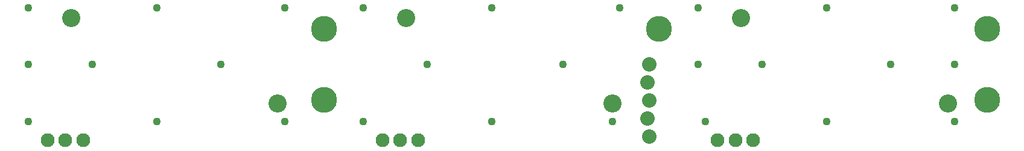
<source format=gbs>
G75*
%MOIN*%
%OFA0B0*%
%FSLAX24Y24*%
%IPPOS*%
%LPD*%
%AMOC8*
5,1,8,0,0,1.08239X$1,22.5*
%
%ADD10C,0.1438*%
%ADD11C,0.0769*%
%ADD12C,0.1005*%
%ADD13C,0.0800*%
%ADD14C,0.0436*%
D10*
X020037Y003723D03*
X020037Y007660D03*
X038541Y007660D03*
X056652Y007660D03*
X056652Y003723D03*
D11*
X004762Y001479D03*
X005746Y001479D03*
X006730Y001479D03*
X023266Y001479D03*
X024250Y001479D03*
X025234Y001479D03*
X041770Y001479D03*
X042754Y001479D03*
X043738Y001479D03*
D12*
X035982Y003526D03*
X017478Y003526D03*
X024565Y008251D03*
X006061Y008251D03*
X043069Y008251D03*
X054486Y003526D03*
D13*
X038001Y003692D03*
X037901Y002692D03*
X038001Y001692D03*
X037901Y004692D03*
X038001Y005692D03*
D14*
X040707Y005692D03*
X044250Y005692D03*
X051337Y005692D03*
X054880Y005692D03*
X054880Y008841D03*
X047793Y008841D03*
X040707Y008841D03*
X036376Y008841D03*
X029289Y008841D03*
X022203Y008841D03*
X017872Y008841D03*
X010785Y008841D03*
X003699Y008841D03*
X003699Y005692D03*
X007242Y005692D03*
X014329Y005692D03*
X025746Y005692D03*
X033226Y005692D03*
X035982Y002542D03*
X041100Y002542D03*
X047793Y002542D03*
X054880Y002542D03*
X029289Y002542D03*
X022203Y002542D03*
X017872Y002542D03*
X010785Y002542D03*
X003699Y002542D03*
M02*

</source>
